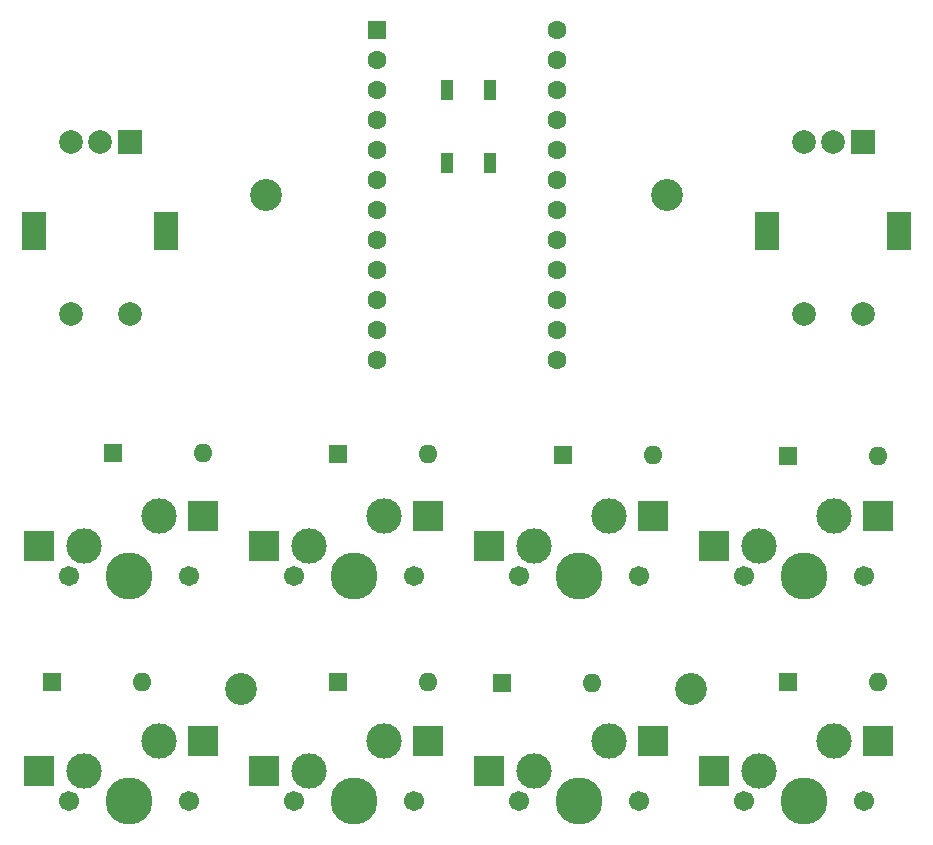
<source format=gbs>
%TF.GenerationSoftware,KiCad,Pcbnew,(6.0.8)*%
%TF.CreationDate,2023-10-01T17:03:22+02:00*%
%TF.ProjectId,macropad,6d616372-6f70-4616-942e-6b696361645f,rev?*%
%TF.SameCoordinates,Original*%
%TF.FileFunction,Soldermask,Bot*%
%TF.FilePolarity,Negative*%
%FSLAX46Y46*%
G04 Gerber Fmt 4.6, Leading zero omitted, Abs format (unit mm)*
G04 Created by KiCad (PCBNEW (6.0.8)) date 2023-10-01 17:03:22*
%MOMM*%
%LPD*%
G01*
G04 APERTURE LIST*
%ADD10R,2.000000X2.000000*%
%ADD11C,2.000000*%
%ADD12R,2.000000X3.200000*%
%ADD13C,1.701800*%
%ADD14C,3.987800*%
%ADD15C,3.000000*%
%ADD16R,2.550000X2.500000*%
%ADD17C,2.700000*%
%ADD18R,1.600000X1.600000*%
%ADD19C,1.600000*%
%ADD20O,1.600000X1.600000*%
%ADD21R,1.100000X1.800000*%
G04 APERTURE END LIST*
D10*
%TO.C,SW10*%
X177840000Y-66080000D03*
D11*
X172840000Y-66080000D03*
X175340000Y-66080000D03*
D12*
X180940000Y-73580000D03*
X169740000Y-73580000D03*
D11*
X172840000Y-80580000D03*
X177840000Y-80580000D03*
%TD*%
D13*
%TO.C,SW2*%
X110620000Y-102830000D03*
D14*
X115700000Y-102830000D03*
D13*
X120780000Y-102830000D03*
D15*
X118240000Y-97750000D03*
X111890000Y-100290000D03*
D16*
X121990000Y-97750000D03*
X108140000Y-100290000D03*
%TD*%
D15*
%TO.C,SW3*%
X137290000Y-97750000D03*
D13*
X129670000Y-102830000D03*
X139830000Y-102830000D03*
D14*
X134750000Y-102830000D03*
D15*
X130940000Y-100290000D03*
D16*
X141040000Y-97750000D03*
X127190000Y-100290000D03*
%TD*%
D15*
%TO.C,SW8*%
X149980000Y-119340000D03*
D13*
X158870000Y-121880000D03*
D14*
X153790000Y-121880000D03*
D13*
X148710000Y-121880000D03*
D15*
X156330000Y-116800000D03*
D16*
X160080000Y-116800000D03*
X146230000Y-119340000D03*
%TD*%
D17*
%TO.C,H3*%
X163310000Y-112350000D03*
%TD*%
%TO.C,H4*%
X125240000Y-112340000D03*
%TD*%
D10*
%TO.C,SW1*%
X115780000Y-66080000D03*
D11*
X110780000Y-66080000D03*
X113280000Y-66080000D03*
D12*
X118880000Y-73580000D03*
X107680000Y-73580000D03*
D11*
X110780000Y-80580000D03*
X115780000Y-80580000D03*
%TD*%
D15*
%TO.C,SW6*%
X118240000Y-116750000D03*
D13*
X120780000Y-121830000D03*
X110620000Y-121830000D03*
D15*
X111890000Y-119290000D03*
D14*
X115700000Y-121830000D03*
D16*
X121990000Y-116750000D03*
X108140000Y-119290000D03*
%TD*%
D18*
%TO.C,U1*%
X136690000Y-56550000D03*
D19*
X136690000Y-59090000D03*
X136690000Y-61630000D03*
X136690000Y-64170000D03*
X136690000Y-66710000D03*
X136690000Y-69250000D03*
X136690000Y-71790000D03*
X136690000Y-74330000D03*
X136690000Y-76870000D03*
X136690000Y-79410000D03*
X136690000Y-81950000D03*
X136690000Y-84490000D03*
X151930000Y-84490000D03*
X151930000Y-81950000D03*
X151930000Y-79410000D03*
X151930000Y-76870000D03*
X151930000Y-74330000D03*
X151930000Y-71790000D03*
X151930000Y-69250000D03*
X151930000Y-66710000D03*
X151930000Y-64170000D03*
X151930000Y-61630000D03*
X151930000Y-59090000D03*
X151930000Y-56550000D03*
%TD*%
D14*
%TO.C,SW9*%
X172840000Y-121880000D03*
D15*
X169030000Y-119340000D03*
D13*
X167760000Y-121880000D03*
X177920000Y-121880000D03*
D15*
X175380000Y-116800000D03*
D16*
X179130000Y-116800000D03*
X165280000Y-119340000D03*
%TD*%
D13*
%TO.C,SW4*%
X158870000Y-102830000D03*
D15*
X149980000Y-100290000D03*
X156330000Y-97750000D03*
D14*
X153790000Y-102830000D03*
D13*
X148710000Y-102830000D03*
D16*
X160080000Y-97750000D03*
X146230000Y-100290000D03*
%TD*%
D15*
%TO.C,SW7*%
X137290000Y-116800000D03*
D13*
X139830000Y-121880000D03*
X129670000Y-121880000D03*
D14*
X134750000Y-121880000D03*
D15*
X130940000Y-119340000D03*
D16*
X141040000Y-116800000D03*
X127190000Y-119340000D03*
%TD*%
D17*
%TO.C,H2*%
X161310000Y-70510000D03*
%TD*%
%TO.C,H1*%
X127310000Y-70520000D03*
%TD*%
D13*
%TO.C,SW5*%
X167760000Y-102830000D03*
D15*
X169030000Y-100290000D03*
X175380000Y-97750000D03*
D13*
X177920000Y-102830000D03*
D14*
X172840000Y-102830000D03*
D16*
X179130000Y-97750000D03*
X165280000Y-100290000D03*
%TD*%
D18*
%TO.C,D8*%
X171510000Y-111750000D03*
D20*
X179130000Y-111750000D03*
%TD*%
D18*
%TO.C,D2*%
X133420000Y-92440000D03*
D20*
X141040000Y-92440000D03*
%TD*%
D18*
%TO.C,D5*%
X109200000Y-111750000D03*
D20*
X116820000Y-111750000D03*
%TD*%
D21*
%TO.C,SW11*%
X146320000Y-67820000D03*
X146320000Y-61620000D03*
X142620000Y-61620000D03*
X142620000Y-67820000D03*
%TD*%
D18*
%TO.C,D4*%
X171520000Y-92610000D03*
D20*
X179140000Y-92610000D03*
%TD*%
D18*
%TO.C,D3*%
X152470000Y-92590000D03*
D20*
X160090000Y-92590000D03*
%TD*%
D18*
%TO.C,D7*%
X147310000Y-111830000D03*
D20*
X154930000Y-111830000D03*
%TD*%
D18*
%TO.C,D6*%
X133430000Y-111740000D03*
D20*
X141050000Y-111740000D03*
%TD*%
D18*
%TO.C,D1*%
X114370000Y-92420000D03*
D20*
X121990000Y-92420000D03*
%TD*%
M02*

</source>
